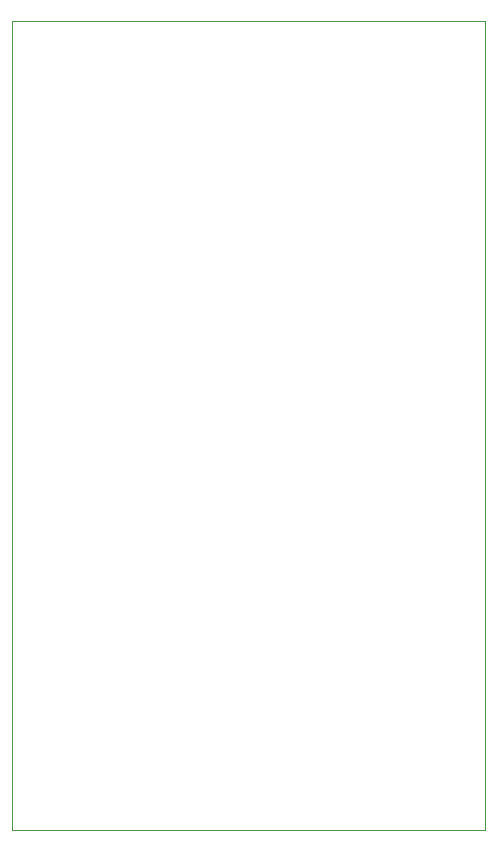
<source format=gbr>
%TF.GenerationSoftware,KiCad,Pcbnew,7.0.10*%
%TF.CreationDate,2024-06-24T21:04:26-04:00*%
%TF.ProjectId,nulldetector,6e756c6c-6465-4746-9563-746f722e6b69,rev?*%
%TF.SameCoordinates,Original*%
%TF.FileFunction,Profile,NP*%
%FSLAX46Y46*%
G04 Gerber Fmt 4.6, Leading zero omitted, Abs format (unit mm)*
G04 Created by KiCad (PCBNEW 7.0.10) date 2024-06-24 21:04:26*
%MOMM*%
%LPD*%
G01*
G04 APERTURE LIST*
%TA.AperFunction,Profile*%
%ADD10C,0.100000*%
%TD*%
G04 APERTURE END LIST*
D10*
X125000000Y-81000000D02*
X165000000Y-81000000D01*
X165000000Y-149500000D01*
X125000000Y-149500000D01*
X125000000Y-81000000D01*
M02*

</source>
